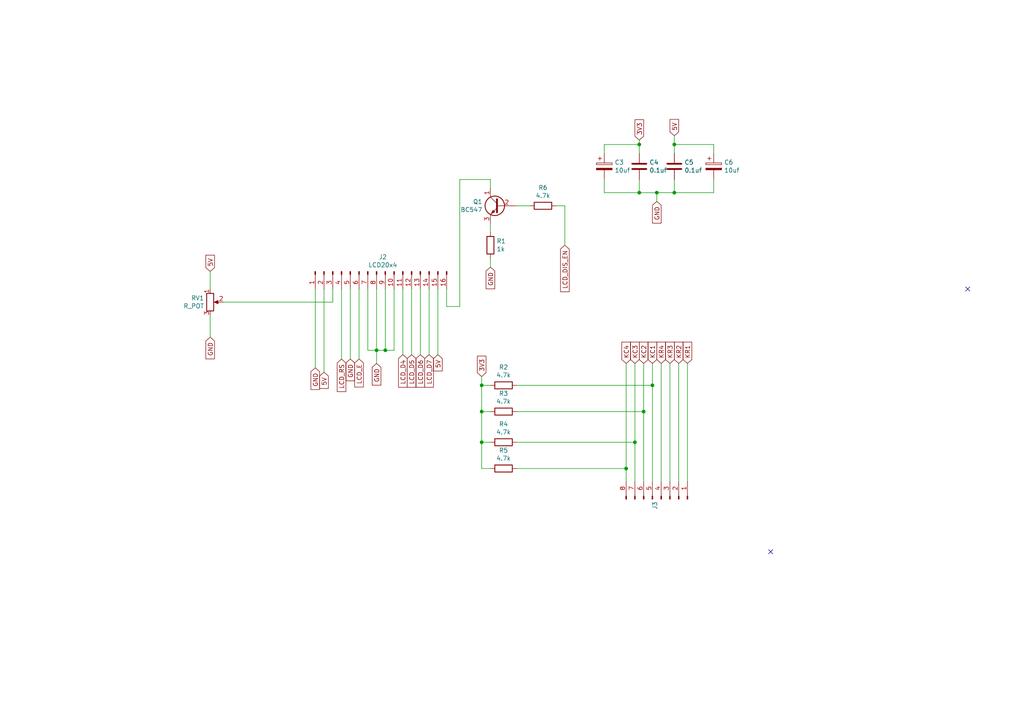
<source format=kicad_sch>
(kicad_sch (version 20250114) (generator "eeschema") (generator_version "9.0")
  (paper "A4")
  (lib_symbols
    (symbol "Connector:Conn_01x08_Male" (pin_names (offset 1.016) (hide yes))
      (property "Reference" "J" (at 0 10.16 0))
      (property "Value" "Connector_Conn_01x08_Male" (at 0 -12.7 0))
      (symbol "Conn_01x08_Male_1_1"
        (rectangle (start 0.8636 7.747) (end 0 7.493) (stroke (width 0.1524)) (fill (type outline)))
        (rectangle (start 0.8636 5.207) (end 0 4.953) (stroke (width 0.1524)) (fill (type outline)))
        (rectangle (start 0.8636 2.667) (end 0 2.413) (stroke (width 0.1524)) (fill (type outline)))
        (rectangle (start 0.8636 0.127) (end 0 -0.127) (stroke (width 0.1524)) (fill (type outline)))
        (rectangle (start 0.8636 -2.413) (end 0 -2.667) (stroke (width 0.1524)) (fill (type outline)))
        (rectangle (start 0.8636 -4.953) (end 0 -5.207) (stroke (width 0.1524)) (fill (type outline)))
        (rectangle (start 0.8636 -7.493) (end 0 -7.747) (stroke (width 0.1524)) (fill (type outline)))
        (rectangle (start 0.8636 -10.033) (end 0 -10.287) (stroke (width 0.1524)) (fill (type outline)))
        (polyline (pts (xy 1.27 7.62) (xy 0.8636 7.62)) (stroke (width 0.1524)))
        (polyline (pts (xy 1.27 5.08) (xy 0.8636 5.08)) (stroke (width 0.1524)))
        (polyline (pts (xy 1.27 2.54) (xy 0.8636 2.54)) (stroke (width 0.1524)))
        (polyline (pts (xy 1.27 0) (xy 0.8636 0)) (stroke (width 0.1524)))
        (polyline (pts (xy 1.27 -2.54) (xy 0.8636 -2.54)) (stroke (width 0.1524)))
        (polyline (pts (xy 1.27 -5.08) (xy 0.8636 -5.08)) (stroke (width 0.1524)))
        (polyline (pts (xy 1.27 -7.62) (xy 0.8636 -7.62)) (stroke (width 0.1524)))
        (polyline (pts (xy 1.27 -10.16) (xy 0.8636 -10.16)) (stroke (width 0.1524)))
        (pin passive line (at 5.08 7.62 180) (length 3.81) (name "Pin_1") (number "1"))
        (pin passive line (at 5.08 5.08 180) (length 3.81) (name "Pin_2") (number "2"))
        (pin passive line (at 5.08 2.54 180) (length 3.81) (name "Pin_3") (number "3"))
        (pin passive line (at 5.08 0 180) (length 3.81) (name "Pin_4") (number "4"))
        (pin passive line (at 5.08 -2.54 180) (length 3.81) (name "Pin_5") (number "5"))
        (pin passive line (at 5.08 -5.08 180) (length 3.81) (name "Pin_6") (number "6"))
        (pin passive line (at 5.08 -7.62 180) (length 3.81) (name "Pin_7") (number "7"))
        (pin passive line (at 5.08 -10.16 180) (length 3.81) (name "Pin_8") (number "8"))
      )
    )
    (symbol "Connector:Conn_01x16_Male" (pin_names (offset 1.016) (hide yes))
      (property "Reference" "J" (at 0 20.32 0))
      (property "Value" "Connector_Conn_01x16_Male" (at 0 -22.86 0))
      (symbol "Conn_01x16_Male_1_1"
        (rectangle (start 0.8636 17.907) (end 0 17.653) (stroke (width 0.1524)) (fill (type outline)))
        (rectangle (start 0.8636 15.367) (end 0 15.113) (stroke (width 0.1524)) (fill (type outline)))
        (rectangle (start 0.8636 12.827) (end 0 12.573) (stroke (width 0.1524)) (fill (type outline)))
        (rectangle (start 0.8636 10.287) (end 0 10.033) (stroke (width 0.1524)) (fill (type outline)))
        (rectangle (start 0.8636 7.747) (end 0 7.493) (stroke (width 0.1524)) (fill (type outline)))
        (rectangle (start 0.8636 5.207) (end 0 4.953) (stroke (width 0.1524)) (fill (type outline)))
        (rectangle (start 0.8636 2.667) (end 0 2.413) (stroke (width 0.1524)) (fill (type outline)))
        (rectangle (start 0.8636 0.127) (end 0 -0.127) (stroke (width 0.1524)) (fill (type outline)))
        (rectangle (start 0.8636 -2.413) (end 0 -2.667) (stroke (width 0.1524)) (fill (type outline)))
        (rectangle (start 0.8636 -4.953) (end 0 -5.207) (stroke (width 0.1524)) (fill (type outline)))
        (rectangle (start 0.8636 -7.493) (end 0 -7.747) (stroke (width 0.1524)) (fill (type outline)))
        (rectangle (start 0.8636 -10.033) (end 0 -10.287) (stroke (width 0.1524)) (fill (type outline)))
        (rectangle (start 0.8636 -12.573) (end 0 -12.827) (stroke (width 0.1524)) (fill (type outline)))
        (rectangle (start 0.8636 -15.113) (end 0 -15.367) (stroke (width 0.1524)) (fill (type outline)))
        (rectangle (start 0.8636 -17.653) (end 0 -17.907) (stroke (width 0.1524)) (fill (type outline)))
        (rectangle (start 0.8636 -20.193) (end 0 -20.447) (stroke (width 0.1524)) (fill (type outline)))
        (polyline (pts (xy 1.27 17.78) (xy 0.8636 17.78)) (stroke (width 0.1524)))
        (polyline (pts (xy 1.27 15.24) (xy 0.8636 15.24)) (stroke (width 0.1524)))
        (polyline (pts (xy 1.27 12.7) (xy 0.8636 12.7)) (stroke (width 0.1524)))
        (polyline (pts (xy 1.27 10.16) (xy 0.8636 10.16)) (stroke (width 0.1524)))
        (polyline (pts (xy 1.27 7.62) (xy 0.8636 7.62)) (stroke (width 0.1524)))
        (polyline (pts (xy 1.27 5.08) (xy 0.8636 5.08)) (stroke (width 0.1524)))
        (polyline (pts (xy 1.27 2.54) (xy 0.8636 2.54)) (stroke (width 0.1524)))
        (polyline (pts (xy 1.27 0) (xy 0.8636 0)) (stroke (width 0.1524)))
        (polyline (pts (xy 1.27 -2.54) (xy 0.8636 -2.54)) (stroke (width 0.1524)))
        (polyline (pts (xy 1.27 -5.08) (xy 0.8636 -5.08)) (stroke (width 0.1524)))
        (polyline (pts (xy 1.27 -7.62) (xy 0.8636 -7.62)) (stroke (width 0.1524)))
        (polyline (pts (xy 1.27 -10.16) (xy 0.8636 -10.16)) (stroke (width 0.1524)))
        (polyline (pts (xy 1.27 -12.7) (xy 0.8636 -12.7)) (stroke (width 0.1524)))
        (polyline (pts (xy 1.27 -15.24) (xy 0.8636 -15.24)) (stroke (width 0.1524)))
        (polyline (pts (xy 1.27 -17.78) (xy 0.8636 -17.78)) (stroke (width 0.1524)))
        (polyline (pts (xy 1.27 -20.32) (xy 0.8636 -20.32)) (stroke (width 0.1524)))
        (pin passive line (at 5.08 17.78 180) (length 3.81) (name "Pin_1") (number "1"))
        (pin passive line (at 5.08 15.24 180) (length 3.81) (name "Pin_2") (number "2"))
        (pin passive line (at 5.08 12.7 180) (length 3.81) (name "Pin_3") (number "3"))
        (pin passive line (at 5.08 10.16 180) (length 3.81) (name "Pin_4") (number "4"))
        (pin passive line (at 5.08 7.62 180) (length 3.81) (name "Pin_5") (number "5"))
        (pin passive line (at 5.08 5.08 180) (length 3.81) (name "Pin_6") (number "6"))
        (pin passive line (at 5.08 2.54 180) (length 3.81) (name "Pin_7") (number "7"))
        (pin passive line (at 5.08 0 180) (length 3.81) (name "Pin_8") (number "8"))
        (pin passive line (at 5.08 -2.54 180) (length 3.81) (name "Pin_9") (number "9"))
        (pin passive line (at 5.08 -5.08 180) (length 3.81) (name "Pin_10") (number "10"))
        (pin passive line (at 5.08 -7.62 180) (length 3.81) (name "Pin_11") (number "11"))
        (pin passive line (at 5.08 -10.16 180) (length 3.81) (name "Pin_12") (number "12"))
        (pin passive line (at 5.08 -12.7 180) (length 3.81) (name "Pin_13") (number "13"))
        (pin passive line (at 5.08 -15.24 180) (length 3.81) (name "Pin_14") (number "14"))
        (pin passive line (at 5.08 -17.78 180) (length 3.81) (name "Pin_15") (number "15"))
        (pin passive line (at 5.08 -20.32 180) (length 3.81) (name "Pin_16") (number "16"))
      )
    )
    (symbol "Device:C" (pin_numbers (hide yes)) (pin_names (offset 0.254))
      (property "Reference" "C" (at 0.635 2.54 0))
      (property "Value" "C" (at 0.635 -2.54 0))
      (symbol "C_0_1"
        (polyline (pts (xy -2.032 0.762) (xy 2.032 0.762)) (stroke (width 0.508)))
        (polyline (pts (xy -2.032 -0.762) (xy 2.032 -0.762)) (stroke (width 0.508)))
      )
      (symbol "C_1_1"
        (pin passive line (at 0 3.81 270) (length 2.794) (name "~") (number "1"))
        (pin passive line (at 0 -3.81 90) (length 2.794) (name "~") (number "2"))
      )
    )
    (symbol "Device:CP" (pin_numbers (hide yes)) (pin_names (offset 0.254))
      (property "Reference" "C" (at 0.635 2.54 0))
      (property "Value" "Device_CP" (at 0.635 -2.54 0))
      (symbol "CP_0_1"
        (rectangle (start -2.286 0.508) (end 2.286 1.016))
        (polyline (pts (xy -1.778 2.286) (xy -0.762 2.286)))
        (polyline (pts (xy -1.27 2.794) (xy -1.27 1.778)))
        (rectangle (start 2.286 -0.508) (end -2.286 -1.016) (fill (type outline)))
      )
      (symbol "CP_1_1"
        (pin passive line (at 0 3.81 270) (length 2.794) (name "~") (number "1"))
        (pin passive line (at 0 -3.81 90) (length 2.794) (name "~") (number "2"))
      )
    )
    (symbol "Device:Q_NPN_CBE" (pin_names (offset 0) (hide yes))
      (property "Reference" "Q" (at 5.08 1.27 0))
      (property "Value" "Device_Q_NPN_CBE" (at 5.08 -1.27 0))
      (symbol "Q_NPN_CBE_0_1"
        (polyline (pts (xy 0.635 1.905) (xy 0.635 -1.905) (xy 0.635 -1.905)) (stroke (width 0.508)))
        (polyline (pts (xy 0.635 0.635) (xy 2.54 2.54)))
        (polyline (pts (xy 0.635 -0.635) (xy 2.54 -2.54) (xy 2.54 -2.54)))
        (circle (center 1.27 0) (radius 2.8194) (stroke (width 0.254)))
        (polyline (pts (xy 1.27 -1.778) (xy 1.778 -1.27) (xy 2.286 -2.286) (xy 1.27 -1.778) (xy 1.27 -1.778)) (fill (type outline)))
      )
      (symbol "Q_NPN_CBE_1_1"
        (pin input line (at -5.08 0 0) (length 5.715) (name "B") (number "2"))
        (pin passive line (at 2.54 5.08 270) (length 2.54) (name "C") (number "1"))
        (pin passive line (at 2.54 -5.08 90) (length 2.54) (name "E") (number "3"))
      )
    )
    (symbol "Device:R" (pin_numbers (hide yes)) (pin_names (offset 0))
      (property "Reference" "R" (at 2.032 0 90))
      (property "Value" "R" (at 0 0 90))
      (symbol "R_0_1"
        (rectangle (start -1.016 -2.54) (end 1.016 2.54) (stroke (width 0.254)))
      )
      (symbol "R_1_1"
        (pin passive line (at 0 3.81 270) (length 1.27) (name "~") (number "1"))
        (pin passive line (at 0 -3.81 90) (length 1.27) (name "~") (number "2"))
      )
    )
    (symbol "Device:R_POT" (pin_names (offset 1.016) (hide yes))
      (property "Reference" "RV" (at -4.445 0 90))
      (property "Value" "Device_R_POT" (at -2.54 0 90))
      (symbol "R_POT_0_1"
        (rectangle (start 1.016 2.54) (end -1.016 -2.54) (stroke (width 0.254)))
        (polyline (pts (xy 1.143 0) (xy 2.286 0.508) (xy 2.286 -0.508) (xy 1.143 0)) (fill (type outline)))
        (polyline (pts (xy 2.54 0) (xy 1.524 0)))
      )
      (symbol "R_POT_1_1"
        (pin passive line (at 0 3.81 270) (length 1.27) (name "1") (number "1"))
        (pin passive line (at 0 -3.81 90) (length 1.27) (name "3") (number "3"))
        (pin passive line (at 3.81 0 180) (length 1.27) (name "2") (number "2"))
      )
    )
  )
  (junction (at 139.7 119.38))
  (junction (at 184.15 128.27))
  (junction (at 189.23 111.76))
  (junction (at 185.42 41.91))
  (junction (at 195.58 41.91))
  (junction (at 195.58 55.88))
  (junction (at 139.7 128.27))
  (junction (at 109.22 101.6))
  (junction (at 185.42 55.88))
  (junction (at 190.5 55.88))
  (junction (at 111.76 101.6))
  (junction (at 186.69 119.38))
  (junction (at 181.61 135.89))
  (junction (at 139.7 111.76))
  (no_connect (at 223.52 160.02))
  (no_connect (at 280.67 83.82))
  (wire (pts (xy 161.29 59.69) (xy 163.83 59.69)))
  (wire (pts (xy 199.39 105.41) (xy 199.39 139.7)))
  (wire (pts (xy 133.35 88.9) (xy 129.54 88.9)))
  (wire (pts (xy 175.26 52.07) (xy 175.26 55.88)))
  (wire (pts (xy 91.44 83.82) (xy 91.44 106.68)))
  (wire (pts (xy 104.14 83.82) (xy 104.14 104.14)))
  (wire (pts (xy 142.24 135.89) (xy 139.7 135.89)))
  (wire (pts (xy 163.83 59.69) (xy 163.83 71.12)))
  (wire (pts (xy 190.5 58.42) (xy 190.5 55.88)))
  (wire (pts (xy 111.76 101.6) (xy 114.3 101.6)))
  (wire (pts (xy 149.86 135.89) (xy 181.61 135.89)))
  (wire (pts (xy 184.15 105.41) (xy 184.15 128.27)))
  (wire (pts (xy 189.23 111.76) (xy 149.86 111.76)))
  (wire (pts (xy 119.38 83.82) (xy 119.38 102.87)))
  (wire (pts (xy 64.77 87.63) (xy 96.52 87.63)))
  (wire (pts (xy 139.7 111.76) (xy 139.7 109.22)))
  (wire (pts (xy 96.52 87.63) (xy 96.52 83.82)))
  (wire (pts (xy 139.7 128.27) (xy 139.7 135.89)))
  (wire (pts (xy 116.84 83.82) (xy 116.84 102.87)))
  (wire (pts (xy 93.98 83.82) (xy 93.98 107.95)))
  (wire (pts (xy 189.23 111.76) (xy 189.23 139.7)))
  (wire (pts (xy 185.42 41.91) (xy 185.42 44.45)))
  (wire (pts (xy 129.54 88.9) (xy 129.54 83.82)))
  (wire (pts (xy 195.58 39.37) (xy 195.58 41.91)))
  (wire (pts (xy 184.15 128.27) (xy 149.86 128.27)))
  (wire (pts (xy 142.24 111.76) (xy 139.7 111.76)))
  (wire (pts (xy 207.01 41.91) (xy 195.58 41.91)))
  (wire (pts (xy 106.68 101.6) (xy 109.22 101.6)))
  (wire (pts (xy 124.46 83.82) (xy 124.46 102.87)))
  (wire (pts (xy 139.7 119.38) (xy 139.7 128.27)))
  (wire (pts (xy 186.69 119.38) (xy 149.86 119.38)))
  (wire (pts (xy 142.24 74.93) (xy 142.24 77.47)))
  (wire (pts (xy 142.24 52.07) (xy 133.35 52.07)))
  (wire (pts (xy 181.61 105.41) (xy 181.61 135.89)))
  (wire (pts (xy 186.69 139.7) (xy 186.69 119.38)))
  (wire (pts (xy 175.26 41.91) (xy 185.42 41.91)))
  (wire (pts (xy 60.96 78.74) (xy 60.96 83.82)))
  (wire (pts (xy 114.3 83.82) (xy 114.3 101.6)))
  (wire (pts (xy 185.42 52.07) (xy 185.42 55.88)))
  (wire (pts (xy 139.7 119.38) (xy 139.7 111.76)))
  (wire (pts (xy 185.42 55.88) (xy 190.5 55.88)))
  (wire (pts (xy 207.01 44.45) (xy 207.01 41.91)))
  (wire (pts (xy 190.5 55.88) (xy 195.58 55.88)))
  (wire (pts (xy 142.24 119.38) (xy 139.7 119.38)))
  (wire (pts (xy 142.24 52.07) (xy 142.24 54.61)))
  (wire (pts (xy 142.24 128.27) (xy 139.7 128.27)))
  (wire (pts (xy 175.26 55.88) (xy 185.42 55.88)))
  (wire (pts (xy 99.06 104.14) (xy 99.06 83.82)))
  (wire (pts (xy 127 102.87) (xy 127 83.82)))
  (wire (pts (xy 186.69 105.41) (xy 186.69 119.38)))
  (wire (pts (xy 133.35 52.07) (xy 133.35 88.9)))
  (wire (pts (xy 60.96 91.44) (xy 60.96 97.79)))
  (wire (pts (xy 189.23 105.41) (xy 189.23 111.76)))
  (wire (pts (xy 109.22 101.6) (xy 111.76 101.6)))
  (wire (pts (xy 181.61 135.89) (xy 181.61 139.7)))
  (wire (pts (xy 195.58 55.88) (xy 195.58 52.07)))
  (wire (pts (xy 149.86 59.69) (xy 153.67 59.69)))
  (wire (pts (xy 121.92 83.82) (xy 121.92 102.87)))
  (wire (pts (xy 184.15 139.7) (xy 184.15 128.27)))
  (wire (pts (xy 109.22 101.6) (xy 109.22 105.41)))
  (wire (pts (xy 142.24 64.77) (xy 142.24 67.31)))
  (wire (pts (xy 101.6 83.82) (xy 101.6 104.14)))
  (wire (pts (xy 196.85 105.41) (xy 196.85 139.7)))
  (wire (pts (xy 106.68 83.82) (xy 106.68 101.6)))
  (wire (pts (xy 194.31 105.41) (xy 194.31 139.7)))
  (wire (pts (xy 195.58 41.91) (xy 195.58 44.45)))
  (wire (pts (xy 109.22 83.82) (xy 109.22 101.6)))
  (wire (pts (xy 111.76 83.82) (xy 111.76 101.6)))
  (wire (pts (xy 207.01 55.88) (xy 195.58 55.88)))
  (wire (pts (xy 185.42 40.64) (xy 185.42 41.91)))
  (wire (pts (xy 207.01 52.07) (xy 207.01 55.88)))
  (wire (pts (xy 175.26 44.45) (xy 175.26 41.91)))
  (wire (pts (xy 191.77 139.7) (xy 191.77 105.41)))
  (global_label "KC4" (shape input) (at 181.61 105.41 90) (property "Intersheetrefs" "${INTERSHEET_REFS}" (effects (hide yes))))
  (global_label "LCD_D4" (shape input) (at 116.84 102.87 270) (property "Intersheetrefs" "${INTERSHEET_REFS}" (effects (hide yes))))
  (global_label "KR4" (shape input) (at 191.77 105.41 90) (property "Intersheetrefs" "${INTERSHEET_REFS}" (effects (hide yes))))
  (global_label "3V3" (shape input) (at 185.42 40.64 90) (property "Intersheetrefs" "${INTERSHEET_REFS}" (effects (hide yes))))
  (global_label "5V" (shape input) (at 93.98 107.95 270) (property "Intersheetrefs" "${INTERSHEET_REFS}" (effects (hide yes))))
  (global_label "5V" (shape input) (at 60.96 78.74 90) (property "Intersheetrefs" "${INTERSHEET_REFS}" (effects (hide yes))))
  (global_label "LCD_D6" (shape input) (at 121.92 102.87 270) (property "Intersheetrefs" "${INTERSHEET_REFS}" (effects (hide yes))))
  (global_label "GND" (shape input) (at 60.96 97.79 270) (property "Intersheetrefs" "${INTERSHEET_REFS}" (effects (hide yes))))
  (global_label "KR1" (shape input) (at 199.39 105.41 90) (property "Intersheetrefs" "${INTERSHEET_REFS}" (effects (hide yes))))
  (global_label "KC3" (shape input) (at 184.15 105.41 90) (property "Intersheetrefs" "${INTERSHEET_REFS}" (effects (hide yes))))
  (global_label "LCD_D7" (shape input) (at 124.46 102.87 270) (property "Intersheetrefs" "${INTERSHEET_REFS}" (effects (hide yes))))
  (global_label "GND" (shape input) (at 101.6 104.14 270) (property "Intersheetrefs" "${INTERSHEET_REFS}" (effects (hide yes))))
  (global_label "LCD_E" (shape input) (at 104.14 104.14 270) (property "Intersheetrefs" "${INTERSHEET_REFS}" (effects (hide yes))))
  (global_label "5V" (shape input) (at 127 102.87 270) (property "Intersheetrefs" "${INTERSHEET_REFS}" (effects (hide yes))))
  (global_label "LCD_D5" (shape input) (at 119.38 102.87 270) (property "Intersheetrefs" "${INTERSHEET_REFS}" (effects (hide yes))))
  (global_label "GND" (shape input) (at 190.5 58.42 270) (property "Intersheetrefs" "${INTERSHEET_REFS}" (effects (hide yes))))
  (global_label "3V3" (shape input) (at 139.7 109.22 90) (property "Intersheetrefs" "${INTERSHEET_REFS}" (effects (hide yes))))
  (global_label "LCD_RS" (shape input) (at 99.06 104.14 270) (property "Intersheetrefs" "${INTERSHEET_REFS}" (effects (hide yes))))
  (global_label "GND" (shape input) (at 142.24 77.47 270) (property "Intersheetrefs" "${INTERSHEET_REFS}" (effects (hide yes))))
  (global_label "KR3" (shape input) (at 194.31 105.41 90) (property "Intersheetrefs" "${INTERSHEET_REFS}" (effects (hide yes))))
  (global_label "GND" (shape input) (at 91.44 106.68 270) (property "Intersheetrefs" "${INTERSHEET_REFS}" (effects (hide yes))))
  (global_label "GND" (shape input) (at 109.22 105.41 270) (property "Intersheetrefs" "${INTERSHEET_REFS}" (effects (hide yes))))
  (global_label "LCD_DIS_EN" (shape input) (at 163.83 71.12 270) (property "Intersheetrefs" "${INTERSHEET_REFS}" (effects (hide yes))))
  (global_label "KC1" (shape input) (at 189.23 105.41 90) (property "Intersheetrefs" "${INTERSHEET_REFS}" (effects (hide yes))))
  (global_label "5V" (shape input) (at 195.58 39.37 90) (property "Intersheetrefs" "${INTERSHEET_REFS}" (effects (hide yes))))
  (global_label "KR2" (shape input) (at 196.85 105.41 90) (property "Intersheetrefs" "${INTERSHEET_REFS}" (effects (hide yes))))
  (global_label "KC2" (shape input) (at 186.69 105.41 90) (property "Intersheetrefs" "${INTERSHEET_REFS}" (effects (hide yes))))
  (symbol (lib_id "Device:R") (at 146.05 111.76 90) (unit 1)
    (property "Reference" "R2" (at 146.05 106.5022 90))
    (property "Value" "4.7k" (at 146.05 108.8136 90))
    (property "Footprint" "Resistor_SMD:R_0805_2012Metric_Pad1.20x1.40mm_HandSolder" (effects (hide yes)))
  )
  (symbol (lib_id "Device:R") (at 142.24 71.12 0) (unit 1)
    (property "Reference" "R1" (at 144.018 69.9516 0) (effects (justify left)))
    (property "Value" "1k" (at 144.018 72.263 0) (effects (justify left)))
    (property "Footprint" "Resistor_SMD:R_0805_2012Metric_Pad1.20x1.40mm_HandSolder" (effects (hide yes)))
  )
  (symbol (lib_id "Device:R_POT") (at 60.96 87.63 0) (unit 1)
    (property "Reference" "RV1" (at 59.2074 86.4616 0) (effects (justify right)))
    (property "Value" "R_POT" (at 59.2074 88.773 0) (effects (justify right)))
    (property "Footprint" "Potentiometer_THT:Potentiometer_Bourns_3296W_Vertical" (effects (hide yes)))
  )
  (symbol (lib_id "Device:Q_NPN_CBE") (at 144.78 59.69 0) (mirror y) (unit 1)
    (property "Reference" "Q1" (at 139.9286 58.5216 0) (effects (justify left)))
    (property "Value" "BC547" (at 139.9286 60.833 0) (effects (justify left)))
    (property "Footprint" "Package_TO_SOT_SMD:SOT-23" (effects (hide yes)))
  )
  (symbol (lib_id "Device:C") (at 185.42 48.26 0) (unit 1)
    (property "Reference" "C4" (at 188.341 47.0916 0) (effects (justify left)))
    (property "Value" "0.1uf" (at 188.341 49.403 0) (effects (justify left)))
    (property "Footprint" "Capacitor_SMD:C_0805_2012Metric_Pad1.18x1.45mm_HandSolder" (effects (hide yes)))
  )
  (symbol (lib_id "Device:C") (at 195.58 48.26 0) (unit 1)
    (property "Reference" "C5" (at 198.501 47.0916 0) (effects (justify left)))
    (property "Value" "0.1uf" (at 198.501 49.403 0) (effects (justify left)))
    (property "Footprint" "Capacitor_SMD:C_0805_2012Metric_Pad1.18x1.45mm_HandSolder" (effects (hide yes)))
  )
  (symbol (lib_id "Device:CP") (at 175.26 48.26 0) (unit 1)
    (property "Reference" "C3" (at 178.2572 47.0916 0) (effects (justify left)))
    (property "Value" "10uf" (at 178.2572 49.403 0) (effects (justify left)))
    (property "Footprint" "Capacitor_Tantalum_SMD:CP_EIA-2012-12_Kemet-R_Pad1.30x1.05mm_HandSolder" (effects (hide yes)))
  )
  (symbol (lib_id "Device:CP") (at 207.01 48.26 0) (unit 1)
    (property "Reference" "C6" (at 210.0072 47.0916 0) (effects (justify left)))
    (property "Value" "10uf" (at 210.0072 49.403 0) (effects (justify left)))
    (property "Footprint" "Capacitor_Tantalum_SMD:CP_EIA-2012-12_Kemet-R_Pad1.30x1.05mm_HandSolder" (effects (hide yes)))
  )
  (symbol (lib_id "Connector:Conn_01x08_Male") (at 191.77 144.78 270) (mirror x) (unit 1)
    (property "Reference" "J3" (at 189.9412 146.6342 0))
    (property "Value" "Conn_01x08_Male" (effects (hide yes)))
    (property "Footprint" "Connector_PinSocket_2.54mm:PinSocket_1x08_P2.54mm_Vertical" (effects (hide yes)))
  )
  (symbol (lib_id "Device:R") (at 146.05 119.38 90) (unit 1)
    (property "Reference" "R3" (at 146.05 114.1222 90))
    (property "Value" "4.7k" (at 146.05 116.4336 90))
    (property "Footprint" "Resistor_SMD:R_0805_2012Metric_Pad1.20x1.40mm_HandSolder" (effects (hide yes)))
  )
  (symbol (lib_id "Device:R") (at 146.05 128.27 90) (unit 1)
    (property "Reference" "R4" (at 146.05 123.0122 90))
    (property "Value" "4.7k" (at 146.05 125.3236 90))
    (property "Footprint" "Resistor_SMD:R_0805_2012Metric_Pad1.20x1.40mm_HandSolder" (effects (hide yes)))
  )
  (symbol (lib_id "Device:R") (at 146.05 135.89 90) (unit 1)
    (property "Reference" "R5" (at 146.05 130.6322 90))
    (property "Value" "4.7k" (at 146.05 132.9436 90))
    (property "Footprint" "Resistor_SMD:R_0805_2012Metric_Pad1.20x1.40mm_HandSolder" (effects (hide yes)))
  )
  (symbol (lib_id "Device:R") (at 157.48 59.69 270) (unit 1)
    (property "Reference" "R6" (at 157.48 54.4322 90))
    (property "Value" "4.7k" (at 157.48 56.7436 90))
    (property "Footprint" "Resistor_SMD:R_0805_2012Metric_Pad1.20x1.40mm_HandSolder" (effects (hide yes)))
  )
  (symbol (lib_id "Connector:Conn_01x16_Male") (at 109.22 78.74 90) (mirror x) (unit 1)
    (property "Reference" "J2" (at 111.0488 74.549 90))
    (property "Value" "LCD20x4" (at 111.0488 76.8604 90))
    (property "Footprint" "Connector_PinSocket_2.54mm:PinSocket_1x16_P2.54mm_Vertical" (effects (hide yes)))
  )
)
</source>
